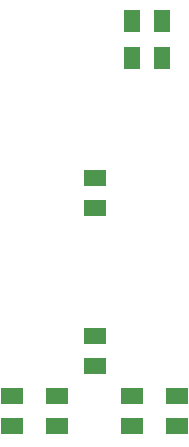
<source format=gbp>
G04 #@! TF.GenerationSoftware,KiCad,Pcbnew,7.0.9*
G04 #@! TF.CreationDate,2023-12-23T18:19:17+01:00*
G04 #@! TF.ProjectId,testing-board,74657374-696e-4672-9d62-6f6172642e6b,v1.0*
G04 #@! TF.SameCoordinates,Original*
G04 #@! TF.FileFunction,Paste,Bot*
G04 #@! TF.FilePolarity,Positive*
%FSLAX46Y46*%
G04 Gerber Fmt 4.6, Leading zero omitted, Abs format (unit mm)*
G04 Created by KiCad (PCBNEW 7.0.9) date 2023-12-23 18:19:17*
%MOMM*%
%LPD*%
G01*
G04 APERTURE LIST*
G04 Aperture macros list*
%AMOutline4P*
0 Free polygon, 4 corners , with rotation*
0 The origin of the aperture is its center*
0 number of corners: always 4*
0 $1 to $8 corner X, Y*
0 $9 Rotation angle, in degrees counterclockwise*
0 create outline with 4 corners*
4,1,4,$1,$2,$3,$4,$5,$6,$7,$8,$1,$2,$9*%
G04 Aperture macros list end*
%ADD10Outline4P,-0.650000X-0.900000X0.650000X-0.900000X0.650000X0.900000X-0.650000X0.900000X90.000000*%
%ADD11Outline4P,-0.650000X-0.900000X0.650000X-0.900000X0.650000X0.900000X-0.650000X0.900000X0.000000*%
G04 APERTURE END LIST*
D10*
X135255000Y-96520000D03*
X135255000Y-93980000D03*
X135255000Y-109855000D03*
X135255000Y-107315000D03*
X128270000Y-114935000D03*
X128270000Y-112395000D03*
X132080000Y-114935000D03*
X132080000Y-112395000D03*
X138430000Y-114935000D03*
X138430000Y-112395000D03*
X142240000Y-114935000D03*
X142240000Y-112395000D03*
D11*
X138430000Y-83820000D03*
X140970000Y-83820000D03*
X138430000Y-80645000D03*
X140970000Y-80645000D03*
M02*

</source>
